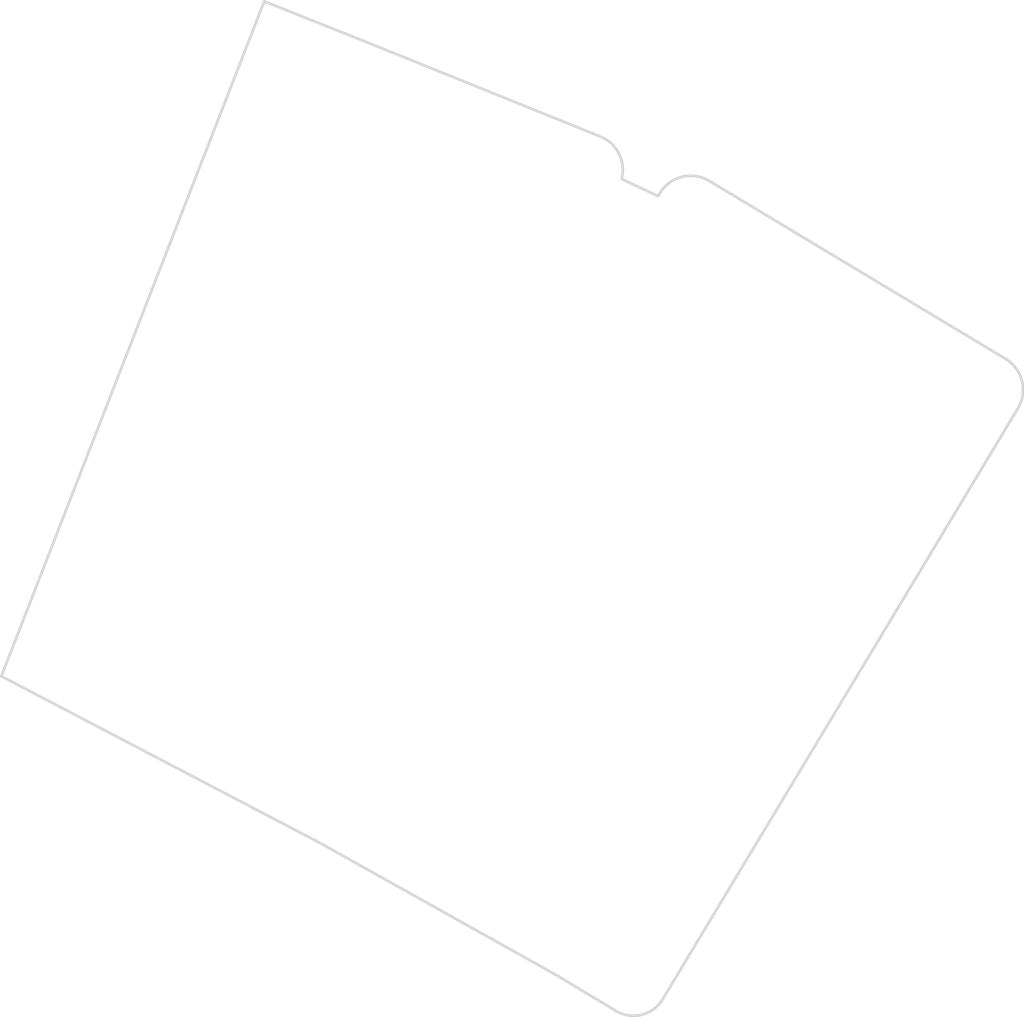
<source format=kicad_pcb>
(kicad_pcb (version 20211014) (generator pcbnew)
  (title_block (title "scaarix_flow") (rev "v1.0.0") (company "Unknown"))
  (layers (0 "F.Cu" signal) (31 "B.Cu" signal) (34 "B.Paste" user) (35 "F.Paste" user) (36 "B.SilkS" user "B.Silkscreen") (37 "F.SilkS" user "F.Silkscreen") (38 "B.Mask" user) (39 "F.Mask" user) (44 "Edge.Cuts" user))
  (net 0 "")
  (footprint "keebio:MX_Switch_Cutout" (layer "F.Cu") (at 282.4175 156.5711 -22)
    (fp_text reference "S25" hide)
    (fp_text value "" hide)
    (pad "" np_thru_hole oval locked (at 0 6.731 338) (size 15.5956 0.508) (drill oval 15.5956 0.508) (layers *.Cu *.Mask))
    (pad "" np_thru_hole oval locked (at -7.5565 -4.699 338) (size 0.508 4.572) (drill oval 0.508 4.572) (layers *.Cu *.Mask))
    (pad "" np_thru_hole oval locked (at 7.5565 -4.699 338) (size 0.508 4.572) (drill oval 0.508 4.572) (layers *.Cu *.Mask))
    (pad "" np_thru_hole oval locked (at -7.5565 4.699 338) (size 0.508 4.572) (drill oval 0.508 4.572) (layers *.Cu *.Mask))
    (pad "" np_thru_hole oval locked (at 7.5565 4.699 338) (size 0.508 4.572) (drill oval 0.508 4.572) (layers *.Cu *.Mask))
    (pad "" np_thru_hole oval locked (at 0 -6.731 338) (size 15.5956 0.508) (drill oval 15.5956 0.508) (layers *.Cu *.Mask))
    (pad "" np_thru_hole oval locked (at 7.14375 2.667 338) (size 1.3335 0.508) (drill oval 1.3335 0.508) (layers *.Cu *.Mask))
    (pad "" np_thru_hole oval locked (at 0 6.985 338) (size 5.08 1.27) (drill oval 5.08 1.27) (layers *.Cu *.Mask))
    (pad "" np_thru_hole oval locked (at 7.14375 -2.667 338) (size 1.3335 0.508) (drill oval 1.3335 0.508) (layers *.Cu *.Mask))
    (pad "" np_thru_hole oval locked (at -6.731 0 338) (size 0.508 5.842) (drill oval 0.508 5.842) (layers *.Cu *.Mask))
    (pad "" np_thru_hole oval locked (at 6.731 0 338) (size 0.508 5.842) (drill oval 0.508 5.842) (layers *.Cu *.Mask))
    (pad "" np_thru_hole oval locked (at 0 -6.985 338) (size 5.08 1.27) (drill oval 5.08 1.27) (layers *.Cu *.Mask))
    (pad "" np_thru_hole oval locked (at -7.14375 -2.667 338) (size 1.3335 0.508) (drill oval 1.3335 0.508) (layers *.Cu *.Mask))
    (pad "" np_thru_hole oval locked (at -7.14375 2.667 338) (size 1.3335 0.508) (drill oval 1.3335 0.508) (layers *.Cu *.Mask))
  )
  (footprint "keebio:MX_Switch_Cutout" (layer "F.Cu") (at 303.9715 166.7657 -31)
    (fp_text reference "S27" hide)
    (fp_text value "" hide)
    (pad "" np_thru_hole oval locked (at 0 -6.731 329) (size 15.5956 0.508) (drill oval 15.5956 0.508) (layers *.Cu *.Mask))
    (pad "" np_thru_hole oval locked (at 0 -6.985 329) (size 5.08 1.27) (drill oval 5.08 1.27) (layers *.Cu *.Mask))
    (pad "" np_thru_hole oval locked (at -7.14375 -2.667 329) (size 1.3335 0.508) (drill oval 1.3335 0.508) (layers *.Cu *.Mask))
    (pad "" np_thru_hole oval locked (at 0 6.985 329) (size 5.08 1.27) (drill oval 5.08 1.27) (layers *.Cu *.Mask))
    (pad "" np_thru_hole oval locked (at 7.14375 2.667 329) (size 1.3335 0.508) (drill oval 1.3335 0.508) (layers *.Cu *.Mask))
    (pad "" np_thru_hole oval locked (at 7.5565 -4.699 329) (size 0.508 4.572) (drill oval 0.508 4.572) (layers *.Cu *.Mask))
    (pad "" np_thru_hole oval locked (at 7.14375 -2.667 329) (size 1.3335 0.508) (drill oval 1.3335 0.508) (layers *.Cu *.Mask))
    (pad "" np_thru_hole oval locked (at -7.5565 -4.699 329) (size 0.508 4.572) (drill oval 0.508 4.572) (layers *.Cu *.Mask))
    (pad "" np_thru_hole oval locked (at -7.5565 4.699 329) (size 0.508 4.572) (drill oval 0.508 4.572) (layers *.Cu *.Mask))
    (pad "" np_thru_hole oval locked (at -6.731 0 329) (size 0.508 5.842) (drill oval 0.508 5.842) (layers *.Cu *.Mask))
    (pad "" np_thru_hole oval locked (at -7.14375 2.667 329) (size 1.3335 0.508) (drill oval 1.3335 0.508) (layers *.Cu *.Mask))
    (pad "" np_thru_hole oval locked (at 7.5565 4.699 329) (size 0.508 4.572) (drill oval 0.508 4.572) (layers *.Cu *.Mask))
    (pad "" np_thru_hole oval locked (at 6.731 0 329) (size 0.508 5.842) (drill oval 0.508 5.842) (layers *.Cu *.Mask))
    (pad "" np_thru_hole oval locked (at 0 6.731 329) (size 15.5956 0.508) (drill oval 15.5956 0.508) (layers *.Cu *.Mask))
  )
  (footprint "keebio:MX_Switch_Cutout" (layer "F.Cu") (at 275.3 174.1876 -22)
    (fp_text reference "S24" hide)
    (fp_text value "" hide)
    (pad "" np_thru_hole oval locked (at -6.731 0 338) (size 0.508 5.842) (drill oval 0.508 5.842) (layers *.Cu *.Mask))
    (pad "" np_thru_hole oval locked (at 7.14375 -2.667 338) (size 1.3335 0.508) (drill oval 1.3335 0.508) (layers *.Cu *.Mask))
    (pad "" np_thru_hole oval locked (at 0 -6.731 338) (size 15.5956 0.508) (drill oval 15.5956 0.508) (layers *.Cu *.Mask))
    (pad "" np_thru_hole oval locked (at -7.5565 4.699 338) (size 0.508 4.572) (drill oval 0.508 4.572) (layers *.Cu *.Mask))
    (pad "" np_thru_hole oval locked (at -7.5565 -4.699 338) (size 0.508 4.572) (drill oval 0.508 4.572) (layers *.Cu *.Mask))
    (pad "" np_thru_hole oval locked (at 0 6.985 338) (size 5.08 1.27) (drill oval 5.08 1.27) (layers *.Cu *.Mask))
    (pad "" np_thru_hole oval locked (at 6.731 0 338) (size 0.508 5.842) (drill oval 0.508 5.842) (layers *.Cu *.Mask))
    (pad "" np_thru_hole oval locked (at -7.14375 2.667 338) (size 1.3335 0.508) (drill oval 1.3335 0.508) (layers *.Cu *.Mask))
    (pad "" np_thru_hole oval locked (at 0 6.731 338) (size 15.5956 0.508) (drill oval 15.5956 0.508) (layers *.Cu *.Mask))
    (pad "" np_thru_hole oval locked (at 7.5565 -4.699 338) (size 0.508 4.572) (drill oval 0.508 4.572) (layers *.Cu *.Mask))
    (pad "" np_thru_hole oval locked (at 0 -6.985 338) (size 5.08 1.27) (drill oval 5.08 1.27) (layers *.Cu *.Mask))
    (pad "" np_thru_hole oval locked (at -7.14375 -2.667 338) (size 1.3335 0.508) (drill oval 1.3335 0.508) (layers *.Cu *.Mask))
    (pad "" np_thru_hole oval locked (at 7.14375 2.667 338) (size 1.3335 0.508) (drill oval 1.3335 0.508) (layers *.Cu *.Mask))
    (pad "" np_thru_hole oval locked (at 7.5565 4.699 338) (size 0.508 4.572) (drill oval 0.508 4.572) (layers *.Cu *.Mask))
  )
  (footprint "keebio:MX_Switch_Cutout" (layer "F.Cu") (at 294.1858 183.0519 -31)
    (fp_text reference "S26" hide)
    (fp_text value "" hide)
    (pad "" np_thru_hole oval locked (at -7.5565 4.699 329) (size 0.508 4.572) (drill oval 0.508 4.572) (layers *.Cu *.Mask))
    (pad "" np_thru_hole oval locked (at 0 -6.985 329) (size 5.08 1.27) (drill oval 5.08 1.27) (layers *.Cu *.Mask))
    (pad "" np_thru_hole oval locked (at 0 6.985 329) (size 5.08 1.27) (drill oval 5.08 1.27) (layers *.Cu *.Mask))
    (pad "" np_thru_hole oval locked (at -7.14375 -2.667 329) (size 1.3335 0.508) (drill oval 1.3335 0.508) (layers *.Cu *.Mask))
    (pad "" np_thru_hole oval locked (at 7.14375 2.667 329) (size 1.3335 0.508) (drill oval 1.3335 0.508) (layers *.Cu *.Mask))
    (pad "" np_thru_hole oval locked (at 7.5565 4.699 329) (size 0.508 4.572) (drill oval 0.508 4.572) (layers *.Cu *.Mask))
    (pad "" np_thru_hole oval locked (at -7.14375 2.667 329) (size 1.3335 0.508) (drill oval 1.3335 0.508) (layers *.Cu *.Mask))
    (pad "" np_thru_hole oval locked (at 7.14375 -2.667 329) (size 1.3335 0.508) (drill oval 1.3335 0.508) (layers *.Cu *.Mask))
    (pad "" np_thru_hole oval locked (at -7.5565 -4.699 329) (size 0.508 4.572) (drill oval 0.508 4.572) (layers *.Cu *.Mask))
    (pad "" np_thru_hole oval locked (at 0 -6.731 329) (size 15.5956 0.508) (drill oval 15.5956 0.508) (layers *.Cu *.Mask))
    (pad "" np_thru_hole oval locked (at 7.5565 -4.699 329) (size 0.508 4.572) (drill oval 0.508 4.572) (layers *.Cu *.Mask))
    (pad "" np_thru_hole oval locked (at 6.731 0 329) (size 0.508 5.842) (drill oval 0.508 5.842) (layers *.Cu *.Mask))
    (pad "" np_thru_hole oval locked (at 0 6.731 329) (size 15.5956 0.508) (drill oval 15.5956 0.508) (layers *.Cu *.Mask))
    (pad "" np_thru_hole oval locked (at -6.731 0 329) (size 0.508 5.842) (drill oval 0.508 5.842) (layers *.Cu *.Mask))
  )
  (gr_arc (start 318.174778 161.766927) (mid 319.085152 162.997452) (end 318.859037 164.511338) (layer "Edge.Cuts") (width 0.15))
  (gr_line (start 293.160869 195.970681) (end 296.440172 197.939388) (layer "Edge.Cuts") (width 0.15))
  (gr_line (start 262.4 179.4) (end 277 141.9) (layer "Edge.Cuts") (width 0.15))
  (gr_line (start 308.970306 180.96895) (end 318.859037 164.511338) (layer "Edge.Cuts") (width 0.15))
  (gr_line (start 298.972756 152.562455) (end 298.876192 152.723164) (layer "Edge.Cuts") (width 0.15))
  (gr_arc (start 279.908969 188.559805) (mid 279.882175 188.549644) (end 279.855529 188.5391) (layer "Edge.Cuts") (width 0.15))
  (gr_arc (start 298.972755 152.562455) (mid 300.203252 151.651963) (end 301.717166 151.878196) (layer "Edge.Cuts") (width 0.15))
  (gr_line (start 282.8 144.212458) (end 277 141.9) (layer "Edge.Cuts") (width 0.15))
  (gr_line (start 279.908969 188.559805) (end 293.160869 195.970681) (layer "Edge.Cuts") (width 0.15))
  (gr_line (start 295.663929 149.411941) (end 282.8 144.212458) (layer "Edge.Cuts") (width 0.15))
  (gr_arc (start 299.184583 197.255129) (mid 297.96504 198.209554) (end 296.440172 197.939388) (layer "Edge.Cuts") (width 0.15))
  (gr_line (start 318.174778 161.766927) (end 301.717166 151.878196) (layer "Edge.Cuts") (width 0.15))
  (gr_line (start 262.4 179.4) (end 279.855529 188.5391) (layer "Edge.Cuts") (width 0.15))
  (gr_arc (start 295.663929 149.411941) (mid 296.70144 150.367661) (end 296.850142 151.770415) (layer "Edge.Cuts") (width 0.15))
  (gr_line (start 298.876192 152.723164) (end 296.850142 151.770415) (layer "Edge.Cuts") (width 0.15))
  (gr_line (start 299.184583 197.255129) (end 308.970306 180.96895) (layer "Edge.Cuts") (width 0.15))
)
</source>
